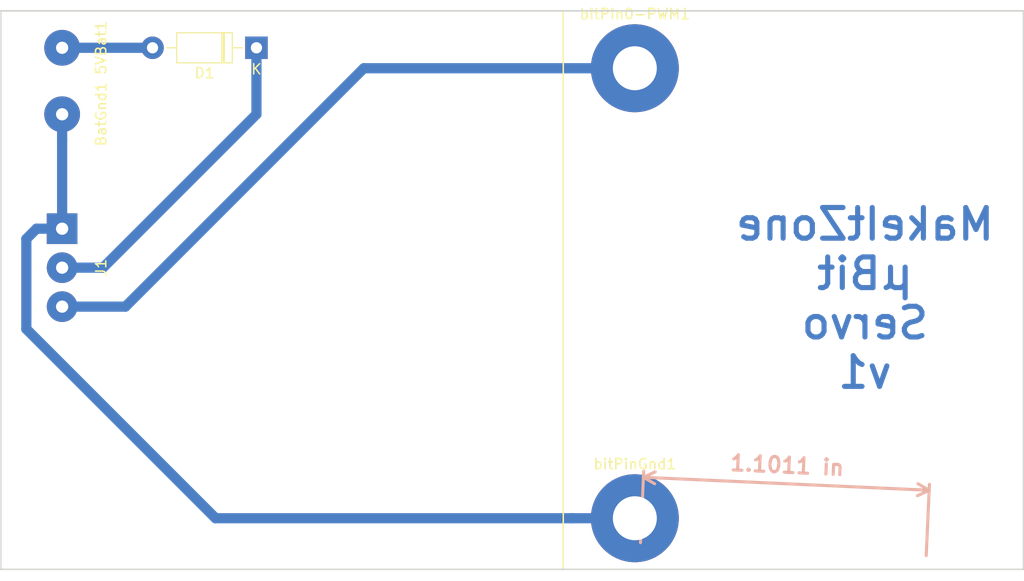
<source format=kicad_pcb>
(kicad_pcb (version 20171130) (host pcbnew "(5.0.1-3-g963ef8bb5)")

  (general
    (thickness 1.6)
    (drawings 7)
    (tracks 15)
    (zones 0)
    (modules 6)
    (nets 5)
  )

  (page A4)
  (layers
    (0 F.Cu signal)
    (31 B.Cu signal)
    (33 F.Adhes user)
    (35 F.Paste user)
    (37 F.SilkS user)
    (39 F.Mask user)
    (40 Dwgs.User user)
    (41 Cmts.User user)
    (42 Eco1.User user)
    (43 Eco2.User user)
    (44 Edge.Cuts user)
    (45 Margin user)
    (46 B.CrtYd user)
    (47 F.CrtYd user)
    (49 F.Fab user)
  )

  (setup
    (last_trace_width 1)
    (user_trace_width 0.5)
    (user_trace_width 1)
    (trace_clearance 0.2)
    (zone_clearance 0.508)
    (zone_45_only no)
    (trace_min 0.2)
    (segment_width 0.15)
    (edge_width 0.15)
    (via_size 2.5)
    (via_drill 0.5)
    (via_min_size 2.5)
    (via_min_drill 0.5)
    (uvia_size 0.3)
    (uvia_drill 0.1)
    (uvias_allowed no)
    (uvia_min_size 0.2)
    (uvia_min_drill 0.1)
    (pcb_text_width 0.3)
    (pcb_text_size 1.5 1.5)
    (mod_edge_width 0.15)
    (mod_text_size 1 1)
    (mod_text_width 0.15)
    (pad_size 8.6 8.6)
    (pad_drill 4.3)
    (pad_to_mask_clearance 0.051)
    (solder_mask_min_width 0.25)
    (aux_axis_origin 0 0)
    (visible_elements FFFFFF7F)
    (pcbplotparams
      (layerselection 0x00000_fffffffe)
      (usegerberextensions false)
      (usegerberattributes false)
      (usegerberadvancedattributes false)
      (creategerberjobfile false)
      (excludeedgelayer false)
      (linewidth 0.100000)
      (plotframeref false)
      (viasonmask false)
      (mode 1)
      (useauxorigin false)
      (hpglpennumber 1)
      (hpglpenspeed 20)
      (hpglpendiameter 15.000000)
      (psnegative false)
      (psa4output false)
      (plotreference false)
      (plotvalue false)
      (plotinvisibletext false)
      (padsonsilk false)
      (subtractmaskfromsilk false)
      (outputformat 1)
      (mirror false)
      (drillshape 0)
      (scaleselection 1)
      (outputdirectory "fabfiles/"))
  )

  (net 0 "")
  (net 1 "Net-(D1-Pad1)")
  (net 2 +5V)
  (net 3 GND)
  (net 4 "Net-(J1-Pad3)")

  (net_class Default "This is the default net class."
    (clearance 0.2)
    (trace_width 0.25)
    (via_dia 2.5)
    (via_drill 0.5)
    (uvia_dia 0.3)
    (uvia_drill 0.1)
    (add_net +5V)
    (add_net GND)
    (add_net "Net-(D1-Pad1)")
    (add_net "Net-(J1-Pad3)")
  )

  (module Diode_THT:D_DO-41_SOD81_P10.16mm_Horizontal (layer F.Cu) (tedit 5AE50CD5) (tstamp 5BF946B3)
    (at 45 24 180)
    (descr "Diode, DO-41_SOD81 series, Axial, Horizontal, pin pitch=10.16mm, , length*diameter=5.2*2.7mm^2, , http://www.diodes.com/_files/packages/DO-41%20(Plastic).pdf")
    (tags "Diode DO-41_SOD81 series Axial Horizontal pin pitch 10.16mm  length 5.2mm diameter 2.7mm")
    (path /5BE971BB)
    (fp_text reference D1 (at 5.08 -2.47 180) (layer F.SilkS)
      (effects (font (size 1 1) (thickness 0.15)))
    )
    (fp_text value 1N4004 (at 5.08 2.47 180) (layer F.Fab)
      (effects (font (size 1 1) (thickness 0.15)))
    )
    (fp_line (start 2.48 -1.35) (end 2.48 1.35) (layer F.Fab) (width 0.1))
    (fp_line (start 2.48 1.35) (end 7.68 1.35) (layer F.Fab) (width 0.1))
    (fp_line (start 7.68 1.35) (end 7.68 -1.35) (layer F.Fab) (width 0.1))
    (fp_line (start 7.68 -1.35) (end 2.48 -1.35) (layer F.Fab) (width 0.1))
    (fp_line (start 0 0) (end 2.48 0) (layer F.Fab) (width 0.1))
    (fp_line (start 10.16 0) (end 7.68 0) (layer F.Fab) (width 0.1))
    (fp_line (start 3.26 -1.35) (end 3.26 1.35) (layer F.Fab) (width 0.1))
    (fp_line (start 3.36 -1.35) (end 3.36 1.35) (layer F.Fab) (width 0.1))
    (fp_line (start 3.16 -1.35) (end 3.16 1.35) (layer F.Fab) (width 0.1))
    (fp_line (start 2.36 -1.47) (end 2.36 1.47) (layer F.SilkS) (width 0.12))
    (fp_line (start 2.36 1.47) (end 7.8 1.47) (layer F.SilkS) (width 0.12))
    (fp_line (start 7.8 1.47) (end 7.8 -1.47) (layer F.SilkS) (width 0.12))
    (fp_line (start 7.8 -1.47) (end 2.36 -1.47) (layer F.SilkS) (width 0.12))
    (fp_line (start 1.34 0) (end 2.36 0) (layer F.SilkS) (width 0.12))
    (fp_line (start 8.82 0) (end 7.8 0) (layer F.SilkS) (width 0.12))
    (fp_line (start 3.26 -1.47) (end 3.26 1.47) (layer F.SilkS) (width 0.12))
    (fp_line (start 3.38 -1.47) (end 3.38 1.47) (layer F.SilkS) (width 0.12))
    (fp_line (start 3.14 -1.47) (end 3.14 1.47) (layer F.SilkS) (width 0.12))
    (fp_line (start -1.35 -1.6) (end -1.35 1.6) (layer F.CrtYd) (width 0.05))
    (fp_line (start -1.35 1.6) (end 11.51 1.6) (layer F.CrtYd) (width 0.05))
    (fp_line (start 11.51 1.6) (end 11.51 -1.6) (layer F.CrtYd) (width 0.05))
    (fp_line (start 11.51 -1.6) (end -1.35 -1.6) (layer F.CrtYd) (width 0.05))
    (fp_text user %R (at 5.47 0 180) (layer F.Fab)
      (effects (font (size 1 1) (thickness 0.15)))
    )
    (fp_text user K (at 0 -2.1 180) (layer F.Fab)
      (effects (font (size 1 1) (thickness 0.15)))
    )
    (fp_text user K (at 0 -2.1 180) (layer F.SilkS)
      (effects (font (size 1 1) (thickness 0.15)))
    )
    (pad 1 thru_hole rect (at 0 0 180) (size 2.2 2.2) (drill 1.1) (layers *.Cu *.Mask)
      (net 1 "Net-(D1-Pad1)"))
    (pad 2 thru_hole oval (at 10.16 0 180) (size 2.2 2.2) (drill 1.1) (layers *.Cu *.Mask)
      (net 2 +5V))
    (model ${KISYS3DMOD}/Diode_THT.3dshapes/D_DO-41_SOD81_P10.16mm_Horizontal.wrl
      (at (xyz 0 0 0))
      (scale (xyz 1 1 1))
      (rotate (xyz 0 0 0))
    )
  )

  (module MountingHole:MountingHole_4.3mm_M4_Pad (layer F.Cu) (tedit 56D1B4CB) (tstamp 5BEA16B9)
    (at 82 70)
    (descr "Mounting Hole 4.3mm, M4")
    (tags "mounting hole 4.3mm m4")
    (path /5BE9E6DE)
    (attr virtual)
    (fp_text reference bitPinGnd1 (at 0 -5.3) (layer F.SilkS)
      (effects (font (size 1 1) (thickness 0.15)))
    )
    (fp_text value Conn_01x01 (at 0 5.3) (layer F.Fab)
      (effects (font (size 1 1) (thickness 0.15)))
    )
    (fp_circle (center 0 0) (end 4.55 0) (layer F.CrtYd) (width 0.05))
    (fp_circle (center 0 0) (end 4.3 0) (layer Cmts.User) (width 0.15))
    (fp_text user %R (at 0.3 0) (layer F.Fab)
      (effects (font (size 1 1) (thickness 0.15)))
    )
    (pad 1 thru_hole circle (at 0 0) (size 8.6 8.6) (drill 4.3) (layers *.Cu *.Mask)
      (net 3 GND))
  )

  (module Connector_Wire:SolderWirePad_1x01_Drill1.2mm (layer F.Cu) (tedit 5AEE5EA7) (tstamp 5BEA2778)
    (at 26 24 270)
    (descr "Wire solder connection")
    (tags connector)
    (path /5BE96103)
    (attr virtual)
    (fp_text reference 5VBat1 (at 0 -3.81 270) (layer F.SilkS)
      (effects (font (size 1 1) (thickness 0.15)))
    )
    (fp_text value Conn_01x01 (at 0 3.175 270) (layer F.Fab)
      (effects (font (size 1 1) (thickness 0.15)))
    )
    (fp_text user %R (at 0 0 270) (layer F.Fab)
      (effects (font (size 1 1) (thickness 0.15)))
    )
    (fp_line (start -2.25 -2.25) (end 2.25 -2.25) (layer F.CrtYd) (width 0.05))
    (fp_line (start -2.25 -2.25) (end -2.25 2.25) (layer F.CrtYd) (width 0.05))
    (fp_line (start 2.25 2.25) (end 2.25 -2.25) (layer F.CrtYd) (width 0.05))
    (fp_line (start 2.25 2.25) (end -2.25 2.25) (layer F.CrtYd) (width 0.05))
    (pad 1 thru_hole circle (at 0 0 270) (size 3.50012 3.50012) (drill 1.19888) (layers *.Cu *.Mask)
      (net 2 +5V))
  )

  (module Connector_Wire:SolderWirePad_1x01_Drill1.2mm (layer F.Cu) (tedit 5AEE5EA7) (tstamp 5BEA2782)
    (at 26 30.5 270)
    (descr "Wire solder connection")
    (tags connector)
    (path /5BE96173)
    (attr virtual)
    (fp_text reference BatGnd1 (at 0 -3.81 270) (layer F.SilkS)
      (effects (font (size 1 1) (thickness 0.15)))
    )
    (fp_text value Conn_01x01 (at 0 3.175 270) (layer F.Fab)
      (effects (font (size 1 1) (thickness 0.15)))
    )
    (fp_line (start 2.25 2.25) (end -2.25 2.25) (layer F.CrtYd) (width 0.05))
    (fp_line (start 2.25 2.25) (end 2.25 -2.25) (layer F.CrtYd) (width 0.05))
    (fp_line (start -2.25 -2.25) (end -2.25 2.25) (layer F.CrtYd) (width 0.05))
    (fp_line (start -2.25 -2.25) (end 2.25 -2.25) (layer F.CrtYd) (width 0.05))
    (fp_text user %R (at 0 0 270) (layer F.Fab)
      (effects (font (size 1 1) (thickness 0.15)))
    )
    (pad 1 thru_hole circle (at 0 0 270) (size 3.50012 3.50012) (drill 1.19888) (layers *.Cu *.Mask)
      (net 3 GND))
  )

  (module MountingHole:MountingHole_4.3mm_M4_Pad (layer F.Cu) (tedit 56D1B4CB) (tstamp 5BEA52E8)
    (at 82 26)
    (descr "Mounting Hole 4.3mm, M4")
    (tags "mounting hole 4.3mm m4")
    (path /5BE9E2C1)
    (attr virtual)
    (fp_text reference bitPin0-PWM1 (at 0 -5.3) (layer F.SilkS)
      (effects (font (size 1 1) (thickness 0.15)))
    )
    (fp_text value Conn_01x01 (at 0 5.3) (layer F.Fab)
      (effects (font (size 1 1) (thickness 0.15)))
    )
    (fp_text user %R (at 0.3 0) (layer F.Fab)
      (effects (font (size 1 1) (thickness 0.15)))
    )
    (fp_circle (center 0 0) (end 4.3 0) (layer Cmts.User) (width 0.15))
    (fp_circle (center 0 0) (end 4.55 0) (layer F.CrtYd) (width 0.05))
    (pad 1 thru_hole circle (at 0 0) (size 8.6 8.6) (drill 4.3) (layers *.Cu *.Mask)
      (net 4 "Net-(J1-Pad3)"))
  )

  (module Connector_Wire:SolderWirePad_1x03_P3.81mm_Drill1.2mm (layer F.Cu) (tedit 5AEE5F4D) (tstamp 5BEA52C8)
    (at 26 41.69 270)
    (descr "Wire solder connection")
    (tags connector)
    (path /5BEA7CF0)
    (attr virtual)
    (fp_text reference J1 (at 3.81 -3.81 270) (layer F.SilkS)
      (effects (font (size 1 1) (thickness 0.15)))
    )
    (fp_text value Conn_01x04_Female (at 3.81 3.81 270) (layer F.Fab)
      (effects (font (size 1 1) (thickness 0.15)))
    )
    (fp_text user %R (at 3.81 0 270) (layer F.Fab)
      (effects (font (size 1 1) (thickness 0.15)))
    )
    (fp_line (start -2 -2) (end 9.62 -2) (layer F.CrtYd) (width 0.05))
    (fp_line (start -2 -2) (end -2 2) (layer F.CrtYd) (width 0.05))
    (fp_line (start 9.62 2) (end 9.62 -2) (layer F.CrtYd) (width 0.05))
    (fp_line (start 9.62 2) (end -2 2) (layer F.CrtYd) (width 0.05))
    (pad 1 thru_hole rect (at 0 0 270) (size 2.99974 2.99974) (drill 1.19888) (layers *.Cu *.Mask)
      (net 3 GND))
    (pad 2 thru_hole circle (at 3.81 0 270) (size 2.99974 2.99974) (drill 1.19888) (layers *.Cu *.Mask)
      (net 1 "Net-(D1-Pad1)"))
    (pad 3 thru_hole circle (at 7.62 0 270) (size 2.99974 2.99974) (drill 1.19888) (layers *.Cu *.Mask)
      (net 4 "Net-(J1-Pad3)"))
  )

  (gr_line (start 75 20.39) (end 75 75) (layer F.SilkS) (width 0.15) (tstamp 5BF95CCD))
  (gr_line (start 120 20.39) (end 120 75) (layer Edge.Cuts) (width 0.15) (tstamp 5BF95CC7))
  (gr_line (start 20 20.39) (end 120 20.39) (layer Edge.Cuts) (width 0.15) (tstamp 5BF95CBF))
  (gr_line (start 20 20.39) (end 20 75) (layer Edge.Cuts) (width 0.15) (tstamp 5BF94951))
  (gr_line (start 20 75) (end 120 75) (layer Edge.Cuts) (width 0.15) (tstamp 5BF945EB))
  (dimension 27.968849 (width 0.3) (layer B.SilkS)
    (gr_text "27.969 mm" (at 96.906016 64.532651 357.3974378) (layer B.SilkS)
      (effects (font (size 1.5 1.5) (thickness 0.3)))
    )
    (feature1 (pts (xy 110.49 73.66) (xy 110.807288 66.67967)))
    (feature2 (pts (xy 82.55 72.39) (xy 82.867288 65.40967)))
    (crossbar (pts (xy 82.84066 65.995485) (xy 110.78066 67.265485)))
    (arrow1a (pts (xy 110.78066 67.265485) (xy 109.62869 67.800149)))
    (arrow1b (pts (xy 110.78066 67.265485) (xy 109.681946 66.628517)))
    (arrow2a (pts (xy 82.84066 65.995485) (xy 83.939374 66.632453)))
    (arrow2b (pts (xy 82.84066 65.995485) (xy 83.99263 65.460821)))
  )
  (gr_text "MakeItZone\nµBit\nServo\nv1" (at 104.5 48.5) (layer B.Cu) (tstamp 5BF94A29)
    (effects (font (size 3 3) (thickness 0.5)) (justify mirror))
  )

  (segment (start 30 45.5) (end 26 45.5) (width 1) (layer B.Cu) (net 1))
  (segment (start 45 30.5) (end 30 45.5) (width 1) (layer B.Cu) (net 1))
  (segment (start 45 24) (end 45 30.5) (width 1) (layer B.Cu) (net 1))
  (segment (start 26 24) (end 34.84 24) (width 1) (layer B.Cu) (net 2))
  (segment (start 41 70) (end 75.918882 70) (width 1) (layer B.Cu) (net 3))
  (segment (start 75.918882 70) (end 82 70) (width 1) (layer B.Cu) (net 3))
  (segment (start 22.5 51.5) (end 41 70) (width 1) (layer B.Cu) (net 3))
  (segment (start 22.5 42.69013) (end 22.5 51.5) (width 1) (layer B.Cu) (net 3))
  (segment (start 23.50013 41.69) (end 22.5 42.69013) (width 1) (layer B.Cu) (net 3))
  (segment (start 26 41.69) (end 23.50013 41.69) (width 1) (layer B.Cu) (net 3))
  (segment (start 26 32.974958) (end 26 41.69) (width 1) (layer B.Cu) (net 3))
  (segment (start 26 30.5) (end 26 32.974958) (width 1) (layer B.Cu) (net 3))
  (segment (start 32.19 49.31) (end 26 49.31) (width 1) (layer B.Cu) (net 4))
  (segment (start 55.5 26) (end 32.19 49.31) (width 1) (layer B.Cu) (net 4))
  (segment (start 82 26) (end 55.5 26) (width 1) (layer B.Cu) (net 4))

)

</source>
